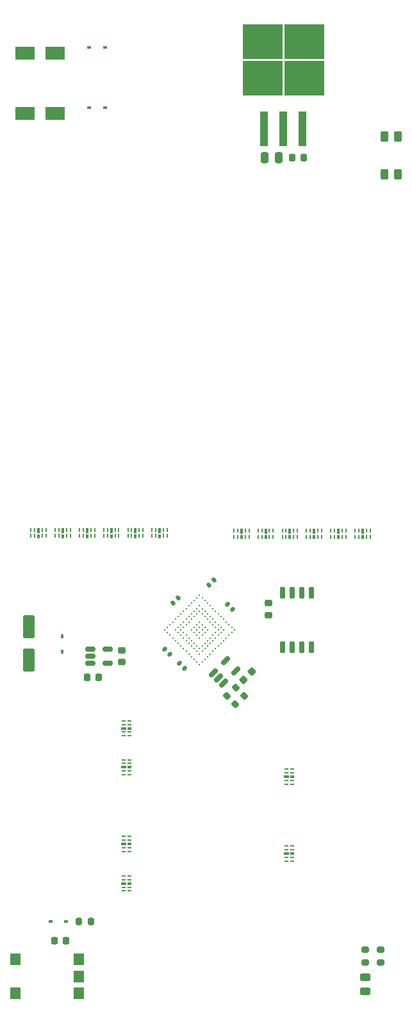
<source format=gbr>
%TF.GenerationSoftware,KiCad,Pcbnew,(6.0.8-1)-1*%
%TF.CreationDate,2022-10-19T15:00:50-05:00*%
%TF.ProjectId,NR1B-SQT56,4e523142-2d53-4515-9435-362e6b696361,rev?*%
%TF.SameCoordinates,Original*%
%TF.FileFunction,Paste,Top*%
%TF.FilePolarity,Positive*%
%FSLAX46Y46*%
G04 Gerber Fmt 4.6, Leading zero omitted, Abs format (unit mm)*
G04 Created by KiCad (PCBNEW (6.0.8-1)-1) date 2022-10-19 15:00:50*
%MOMM*%
%LPD*%
G01*
G04 APERTURE LIST*
G04 Aperture macros list*
%AMRoundRect*
0 Rectangle with rounded corners*
0 $1 Rounding radius*
0 $2 $3 $4 $5 $6 $7 $8 $9 X,Y pos of 4 corners*
0 Add a 4 corners polygon primitive as box body*
4,1,4,$2,$3,$4,$5,$6,$7,$8,$9,$2,$3,0*
0 Add four circle primitives for the rounded corners*
1,1,$1+$1,$2,$3*
1,1,$1+$1,$4,$5*
1,1,$1+$1,$6,$7*
1,1,$1+$1,$8,$9*
0 Add four rect primitives between the rounded corners*
20,1,$1+$1,$2,$3,$4,$5,0*
20,1,$1+$1,$4,$5,$6,$7,0*
20,1,$1+$1,$6,$7,$8,$9,0*
20,1,$1+$1,$8,$9,$2,$3,0*%
G04 Aperture macros list end*
%ADD10R,0.250000X0.625000*%
%ADD11R,0.450000X0.700000*%
%ADD12R,0.450000X0.575000*%
%ADD13R,0.625000X0.250000*%
%ADD14R,0.700000X0.450000*%
%ADD15R,0.575000X0.450000*%
%ADD16RoundRect,0.225000X-0.250000X0.225000X-0.250000X-0.225000X0.250000X-0.225000X0.250000X0.225000X0*%
%ADD17RoundRect,0.225000X-0.225000X-0.250000X0.225000X-0.250000X0.225000X0.250000X-0.225000X0.250000X0*%
%ADD18RoundRect,0.140000X-0.219203X-0.021213X-0.021213X-0.219203X0.219203X0.021213X0.021213X0.219203X0*%
%ADD19RoundRect,0.200000X-0.053033X0.335876X-0.335876X0.053033X0.053033X-0.335876X0.335876X-0.053033X0*%
%ADD20RoundRect,0.200000X-0.200000X-0.275000X0.200000X-0.275000X0.200000X0.275000X-0.200000X0.275000X0*%
%ADD21RoundRect,0.243750X0.456250X-0.243750X0.456250X0.243750X-0.456250X0.243750X-0.456250X-0.243750X0*%
%ADD22RoundRect,0.250000X0.262500X0.450000X-0.262500X0.450000X-0.262500X-0.450000X0.262500X-0.450000X0*%
%ADD23RoundRect,0.150000X-0.256326X-0.468458X0.468458X0.256326X0.256326X0.468458X-0.468458X-0.256326X0*%
%ADD24RoundRect,0.225000X-0.017678X0.335876X-0.335876X0.017678X0.017678X-0.335876X0.335876X-0.017678X0*%
%ADD25RoundRect,0.225000X0.250000X-0.225000X0.250000X0.225000X-0.250000X0.225000X-0.250000X-0.225000X0*%
%ADD26RoundRect,0.225000X0.225000X0.250000X-0.225000X0.250000X-0.225000X-0.250000X0.225000X-0.250000X0*%
%ADD27RoundRect,0.200000X0.275000X-0.200000X0.275000X0.200000X-0.275000X0.200000X-0.275000X-0.200000X0*%
%ADD28R,2.500000X1.800000*%
%ADD29RoundRect,0.200000X0.053033X-0.335876X0.335876X-0.053033X-0.053033X0.335876X-0.335876X0.053033X0*%
%ADD30RoundRect,0.140000X0.021213X-0.219203X0.219203X-0.021213X-0.021213X0.219203X-0.219203X0.021213X0*%
%ADD31R,5.250000X4.550000*%
%ADD32R,1.100000X4.600000*%
%ADD33R,0.600000X0.450000*%
%ADD34R,1.397000X1.600200*%
%ADD35RoundRect,0.250000X0.550000X-1.250000X0.550000X1.250000X-0.550000X1.250000X-0.550000X-1.250000X0*%
%ADD36RoundRect,0.150000X0.150000X-0.650000X0.150000X0.650000X-0.150000X0.650000X-0.150000X-0.650000X0*%
%ADD37C,0.252500*%
%ADD38R,0.450000X0.600000*%
%ADD39RoundRect,0.250000X-0.250000X-0.475000X0.250000X-0.475000X0.250000X0.475000X-0.250000X0.475000X0*%
%ADD40RoundRect,0.150000X-0.512500X-0.150000X0.512500X-0.150000X0.512500X0.150000X-0.512500X0.150000X0*%
G04 APERTURE END LIST*
D10*
%TO.C,D14*%
X107600000Y-112112500D03*
X107100000Y-112112500D03*
D11*
X106600000Y-112150000D03*
D10*
X106100000Y-112112500D03*
X105600000Y-112112500D03*
X105600000Y-112887500D03*
X106100000Y-112887500D03*
D12*
X106600000Y-112912500D03*
D10*
X107100000Y-112887500D03*
X107600000Y-112887500D03*
%TD*%
%TO.C,D9*%
X84000000Y-112012500D03*
X83500000Y-112012500D03*
D11*
X83000000Y-112050000D03*
D10*
X82500000Y-112012500D03*
X82000000Y-112012500D03*
X82000000Y-112787500D03*
X82500000Y-112787500D03*
D12*
X83000000Y-112812500D03*
D10*
X83500000Y-112787500D03*
X84000000Y-112787500D03*
%TD*%
D13*
%TO.C,D23*%
X84612500Y-152500000D03*
X84612500Y-153000000D03*
D14*
X84650000Y-153500000D03*
D13*
X84612500Y-154000000D03*
X84612500Y-154500000D03*
X85387500Y-154500000D03*
X85387500Y-154000000D03*
D15*
X85412500Y-153500000D03*
D13*
X85387500Y-153000000D03*
X85387500Y-152500000D03*
%TD*%
D16*
%TO.C,C7*%
X84360000Y-127885000D03*
X84360000Y-129435000D03*
%TD*%
D17*
%TO.C,C6*%
X79785000Y-131460000D03*
X81335000Y-131460000D03*
%TD*%
D10*
%TO.C,D7*%
X77600000Y-112012500D03*
X77100000Y-112012500D03*
D11*
X76600000Y-112050000D03*
D10*
X76100000Y-112012500D03*
X75600000Y-112012500D03*
X75600000Y-112787500D03*
X76100000Y-112787500D03*
D12*
X76600000Y-112812500D03*
D10*
X77100000Y-112787500D03*
X77600000Y-112787500D03*
%TD*%
%TO.C,D13*%
X104400000Y-112112500D03*
X103900000Y-112112500D03*
D11*
X103400000Y-112150000D03*
D10*
X102900000Y-112112500D03*
X102400000Y-112112500D03*
X102400000Y-112887500D03*
X102900000Y-112887500D03*
D12*
X103400000Y-112912500D03*
D10*
X103900000Y-112887500D03*
X104400000Y-112887500D03*
%TD*%
D18*
%TO.C,C18*%
X90054490Y-127705679D03*
X90733312Y-128384501D03*
%TD*%
D13*
%TO.C,D21*%
X84612500Y-137200000D03*
X84612500Y-137700000D03*
D14*
X84650000Y-138200000D03*
D13*
X84612500Y-138700000D03*
X84612500Y-139200000D03*
X85387500Y-139200000D03*
X85387500Y-138700000D03*
D15*
X85412500Y-138200000D03*
D13*
X85387500Y-137700000D03*
X85387500Y-137200000D03*
%TD*%
D19*
%TO.C,R10*%
X99476687Y-132793312D03*
X98309961Y-133960038D03*
%TD*%
D18*
%TO.C,C23*%
X91984891Y-129636081D03*
X92663713Y-130314903D03*
%TD*%
D10*
%TO.C,D10*%
X87200000Y-112012500D03*
X86700000Y-112012500D03*
D11*
X86200000Y-112050000D03*
D10*
X85700000Y-112012500D03*
X85200000Y-112012500D03*
X85200000Y-112787500D03*
X85700000Y-112787500D03*
D12*
X86200000Y-112812500D03*
D10*
X86700000Y-112787500D03*
X87200000Y-112787500D03*
%TD*%
D13*
%TO.C,D27*%
X106112500Y-143600000D03*
X106112500Y-144100000D03*
D14*
X106150000Y-144600000D03*
D13*
X106112500Y-145100000D03*
X106112500Y-145600000D03*
X106887500Y-145600000D03*
X106887500Y-145100000D03*
D15*
X106912500Y-144600000D03*
D13*
X106887500Y-144100000D03*
X106887500Y-143600000D03*
%TD*%
D10*
%TO.C,D6*%
X74400000Y-112012500D03*
X73900000Y-112012500D03*
D11*
X73400000Y-112050000D03*
D10*
X72900000Y-112012500D03*
X72400000Y-112012500D03*
X72400000Y-112787500D03*
X72900000Y-112787500D03*
D12*
X73400000Y-112812500D03*
D10*
X73900000Y-112787500D03*
X74400000Y-112787500D03*
%TD*%
D20*
%TO.C,R11*%
X78675000Y-163750000D03*
X80325000Y-163750000D03*
%TD*%
D21*
%TO.C,D19*%
X116600000Y-172987500D03*
X116600000Y-171112500D03*
%TD*%
D22*
%TO.C,R4*%
X120912500Y-60000000D03*
X119087500Y-60000000D03*
%TD*%
D23*
%TO.C,Y1*%
X96506485Y-130856194D03*
X97178236Y-131527945D03*
X97849987Y-132199696D03*
X99458655Y-130591028D03*
X98115153Y-129247526D03*
%TD*%
D24*
%TO.C,C15*%
X101598008Y-130671992D03*
X100501992Y-131768008D03*
%TD*%
D25*
%TO.C,C16*%
X103790000Y-123215000D03*
X103790000Y-121665000D03*
%TD*%
D26*
%TO.C,C5*%
X108425000Y-62800000D03*
X106875000Y-62800000D03*
%TD*%
D13*
%TO.C,D24*%
X84612500Y-157700000D03*
X84612500Y-158200000D03*
D14*
X84650000Y-158700000D03*
D13*
X84612500Y-159200000D03*
X84612500Y-159700000D03*
X85387500Y-159700000D03*
X85387500Y-159200000D03*
D15*
X85412500Y-158700000D03*
D13*
X85387500Y-158200000D03*
X85387500Y-157700000D03*
%TD*%
D26*
%TO.C,C17*%
X77025000Y-166250000D03*
X75475000Y-166250000D03*
%TD*%
D27*
%TO.C,R9*%
X118600000Y-169125000D03*
X118600000Y-167475000D03*
%TD*%
D28*
%TO.C,D2*%
X75600000Y-57000000D03*
X71600000Y-57000000D03*
%TD*%
D29*
%TO.C,R8*%
X99405977Y-135056054D03*
X100572703Y-133889328D03*
%TD*%
D30*
%TO.C,C19*%
X91150505Y-121645774D03*
X91829327Y-120966952D03*
%TD*%
D31*
%TO.C,U3*%
X108525000Y-47450000D03*
X102975000Y-47450000D03*
X108525000Y-52300000D03*
X102975000Y-52300000D03*
D32*
X103210000Y-59025000D03*
X105750000Y-59025000D03*
X108290000Y-59025000D03*
%TD*%
D13*
%TO.C,D22*%
X84612500Y-142350000D03*
X84612500Y-142850000D03*
D14*
X84650000Y-143350000D03*
D13*
X84612500Y-143850000D03*
X84612500Y-144350000D03*
X85387500Y-144350000D03*
X85387500Y-143850000D03*
D15*
X85412500Y-143350000D03*
D13*
X85387500Y-142850000D03*
X85387500Y-142350000D03*
%TD*%
D27*
%TO.C,R7*%
X116600000Y-169125000D03*
X116600000Y-167475000D03*
%TD*%
D10*
%TO.C,D11*%
X90400000Y-112000000D03*
X89900000Y-112000000D03*
D11*
X89400000Y-112037500D03*
D10*
X88900000Y-112000000D03*
X88400000Y-112000000D03*
X88400000Y-112775000D03*
X88900000Y-112775000D03*
D12*
X89400000Y-112800000D03*
D10*
X89900000Y-112775000D03*
X90400000Y-112775000D03*
%TD*%
D13*
%TO.C,D28*%
X106112500Y-153775000D03*
X106112500Y-154275000D03*
D14*
X106150000Y-154775000D03*
D13*
X106112500Y-155275000D03*
X106112500Y-155775000D03*
X106887500Y-155775000D03*
X106887500Y-155275000D03*
D15*
X106912500Y-154775000D03*
D13*
X106887500Y-154275000D03*
X106887500Y-153775000D03*
%TD*%
D10*
%TO.C,D12*%
X101200000Y-112112500D03*
X100700000Y-112112500D03*
D11*
X100200000Y-112150000D03*
D10*
X99700000Y-112112500D03*
X99200000Y-112112500D03*
X99200000Y-112887500D03*
X99700000Y-112887500D03*
D12*
X100200000Y-112912500D03*
D10*
X100700000Y-112887500D03*
X101200000Y-112887500D03*
%TD*%
D33*
%TO.C,D20*%
X74950000Y-163750000D03*
X77050000Y-163750000D03*
%TD*%
D10*
%TO.C,D8*%
X80800000Y-112012500D03*
X80300000Y-112012500D03*
D11*
X79800000Y-112050000D03*
D10*
X79300000Y-112012500D03*
X78800000Y-112012500D03*
X78800000Y-112787500D03*
X79300000Y-112787500D03*
D12*
X79800000Y-112812500D03*
D10*
X80300000Y-112787500D03*
X80800000Y-112787500D03*
%TD*%
%TO.C,D15*%
X117200000Y-112112500D03*
X116700000Y-112112500D03*
D11*
X116200000Y-112150000D03*
D10*
X115700000Y-112112500D03*
X115200000Y-112112500D03*
X115200000Y-112887500D03*
X115700000Y-112887500D03*
D12*
X116200000Y-112912500D03*
D10*
X116700000Y-112887500D03*
X117200000Y-112887500D03*
%TD*%
D22*
%TO.C,R3*%
X120912500Y-65000000D03*
X119087500Y-65000000D03*
%TD*%
D18*
%TO.C,C25*%
X98348852Y-121773053D03*
X99027674Y-122451875D03*
%TD*%
D33*
%TO.C,D4*%
X80050000Y-56200000D03*
X82150000Y-56200000D03*
%TD*%
D34*
%TO.C,SW1*%
X70296300Y-168752100D03*
X70296300Y-173247900D03*
X78703700Y-168752100D03*
X78703700Y-173247900D03*
X78703700Y-171000000D03*
%TD*%
D35*
%TO.C,C4*%
X72130000Y-129160000D03*
X72130000Y-124760000D03*
%TD*%
D33*
%TO.C,D3*%
X82150000Y-48200000D03*
X80050000Y-48200000D03*
%TD*%
D30*
%TO.C,C27*%
X95881178Y-119248822D03*
X96560000Y-118570000D03*
%TD*%
D10*
%TO.C,D17*%
X114000000Y-112112500D03*
X113500000Y-112112500D03*
D11*
X113000000Y-112150000D03*
D10*
X112500000Y-112112500D03*
X112000000Y-112112500D03*
X112000000Y-112887500D03*
X112500000Y-112887500D03*
D12*
X113000000Y-112912500D03*
D10*
X113500000Y-112887500D03*
X114000000Y-112887500D03*
%TD*%
D36*
%TO.C,U8*%
X105675000Y-127510000D03*
X106945000Y-127510000D03*
X108215000Y-127510000D03*
X109485000Y-127510000D03*
X109485000Y-120310000D03*
X108215000Y-120310000D03*
X106945000Y-120310000D03*
X105675000Y-120310000D03*
%TD*%
D10*
%TO.C,D16*%
X110800000Y-112112500D03*
X110300000Y-112112500D03*
D11*
X109800000Y-112150000D03*
D10*
X109300000Y-112112500D03*
X108800000Y-112112500D03*
X108800000Y-112887500D03*
X109300000Y-112887500D03*
D12*
X109800000Y-112912500D03*
D10*
X110300000Y-112887500D03*
X110800000Y-112887500D03*
%TD*%
D28*
%TO.C,D1*%
X71600000Y-49000000D03*
X75600000Y-49000000D03*
%TD*%
D37*
%TO.C,U7*%
X90072167Y-125206056D03*
X90425720Y-124852503D03*
X90779274Y-124498949D03*
X91132827Y-124145396D03*
X91486380Y-123791842D03*
X91839934Y-123438289D03*
X92193487Y-123084736D03*
X92547041Y-122731182D03*
X92900594Y-122377629D03*
X93254147Y-122024075D03*
X93607701Y-121670522D03*
X93961254Y-121316969D03*
X94314808Y-120963415D03*
X94668361Y-120609862D03*
X90425720Y-125559609D03*
X95021914Y-120963415D03*
X90779274Y-125913163D03*
X91486380Y-125206056D03*
X91839934Y-124852503D03*
X92193487Y-124498949D03*
X92547041Y-124145396D03*
X92900594Y-123791842D03*
X93254147Y-123438289D03*
X93607701Y-123084736D03*
X93961254Y-122731182D03*
X94314808Y-122377629D03*
X94668361Y-122024075D03*
X95375468Y-121316969D03*
X91132827Y-126266716D03*
X91839934Y-125559609D03*
X92193487Y-125206056D03*
X92547041Y-124852503D03*
X92900594Y-124498949D03*
X93254147Y-124145396D03*
X93607701Y-123791842D03*
X93961254Y-123438289D03*
X94314808Y-123084736D03*
X94668361Y-122731182D03*
X95021914Y-122377629D03*
X95729021Y-121670522D03*
X91486380Y-126620270D03*
X92193487Y-125913163D03*
X92547041Y-125559609D03*
X95021914Y-123084736D03*
X95375468Y-122731182D03*
X96082575Y-122024075D03*
X91839934Y-126973823D03*
X92547041Y-126266716D03*
X92900594Y-125913163D03*
X93607701Y-125206056D03*
X93961254Y-124852503D03*
X94314808Y-124498949D03*
X94668361Y-124145396D03*
X95375468Y-123438289D03*
X95729021Y-123084736D03*
X96436128Y-122377629D03*
X92193487Y-127327376D03*
X92900594Y-126620270D03*
X93254147Y-126266716D03*
X93961254Y-125559609D03*
X94314808Y-125206056D03*
X94668361Y-124852503D03*
X95021914Y-124498949D03*
X95729021Y-123791842D03*
X96082575Y-123438289D03*
X96789681Y-122731182D03*
X92547041Y-127680930D03*
X93254147Y-126973823D03*
X93607701Y-126620270D03*
X94314808Y-125913163D03*
X94668361Y-125559609D03*
X95021914Y-125206056D03*
X95375468Y-124852503D03*
X96082575Y-124145396D03*
X96436128Y-123791842D03*
X97143235Y-123084736D03*
X92900594Y-128034483D03*
X93607701Y-127327376D03*
X93961254Y-126973823D03*
X94668361Y-126266716D03*
X95021914Y-125913163D03*
X95375468Y-125559609D03*
X95729021Y-125206056D03*
X96436128Y-124498949D03*
X96789681Y-124145396D03*
X97496788Y-123438289D03*
X93254147Y-128388037D03*
X93961254Y-127680930D03*
X94314808Y-127327376D03*
X96789681Y-124852503D03*
X97143235Y-124498949D03*
X97850342Y-123791842D03*
X93607701Y-128741590D03*
X94314808Y-128034483D03*
X94668361Y-127680930D03*
X95021914Y-127327376D03*
X95375468Y-126973823D03*
X95729021Y-126620270D03*
X96082575Y-126266716D03*
X96436128Y-125913163D03*
X96789681Y-125559609D03*
X97143235Y-125206056D03*
X97496788Y-124852503D03*
X98203895Y-124145396D03*
X93961254Y-129095143D03*
X94668361Y-128388037D03*
X95021914Y-128034483D03*
X95375468Y-127680930D03*
X95729021Y-127327376D03*
X96082575Y-126973823D03*
X96436128Y-126620270D03*
X96789681Y-126266716D03*
X97143235Y-125913163D03*
X97496788Y-125559609D03*
X97850342Y-125206056D03*
X98557448Y-124498949D03*
X94314808Y-129448697D03*
X98911002Y-124852503D03*
X94668361Y-129802250D03*
X95021914Y-129448697D03*
X95375468Y-129095143D03*
X95729021Y-128741590D03*
X96082575Y-128388037D03*
X96436128Y-128034483D03*
X96789681Y-127680930D03*
X97143235Y-127327376D03*
X97496788Y-126973823D03*
X97850342Y-126620270D03*
X98203895Y-126266716D03*
X98557448Y-125913163D03*
X98911002Y-125559609D03*
X99264555Y-125206056D03*
%TD*%
D38*
%TO.C,D5*%
X76530000Y-128110000D03*
X76530000Y-126010000D03*
%TD*%
D39*
%TO.C,C1*%
X103250000Y-62800000D03*
X105150000Y-62800000D03*
%TD*%
D40*
%TO.C,U4*%
X80222500Y-127710000D03*
X80222500Y-128660000D03*
X80222500Y-129610000D03*
X82497500Y-129610000D03*
X82497500Y-127710000D03*
%TD*%
M02*

</source>
